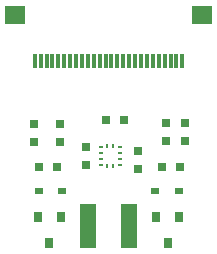
<source format=gtp>
G04 #@! TF.FileFunction,Paste,Top*
%FSLAX46Y46*%
G04 Gerber Fmt 4.6, Leading zero omitted, Abs format (unit mm)*
G04 Created by KiCad (PCBNEW 4.0.6) date 03/27/17 14:11:27*
%MOMM*%
%LPD*%
G01*
G04 APERTURE LIST*
%ADD10C,0.100000*%
%ADD11R,0.750000X0.800000*%
%ADD12R,0.800000X0.750000*%
%ADD13R,0.300000X1.300000*%
%ADD14R,1.700000X1.500000*%
%ADD15R,0.280000X0.410000*%
%ADD16R,0.410000X0.280000*%
%ADD17R,1.400000X3.700000*%
%ADD18R,0.800000X0.500000*%
%ADD19R,0.800000X0.900000*%
G04 APERTURE END LIST*
D10*
D11*
X133460000Y-96630000D03*
X133460000Y-98130000D03*
X137925000Y-98475000D03*
X137925000Y-96975000D03*
D12*
X141425000Y-98325000D03*
X139925000Y-98325000D03*
X131050000Y-98300000D03*
X129550000Y-98300000D03*
D11*
X141900000Y-94600000D03*
X141900000Y-96100000D03*
X140250000Y-94600000D03*
X140250000Y-96100000D03*
X131300000Y-94650000D03*
X131300000Y-96150000D03*
D12*
X136700000Y-94325000D03*
X135200000Y-94325000D03*
D11*
X129100000Y-94650000D03*
X129100000Y-96150000D03*
D13*
X141650000Y-89300000D03*
X141150000Y-89300000D03*
X140650000Y-89300000D03*
X140150000Y-89300000D03*
X139650000Y-89300000D03*
X139150000Y-89300000D03*
X138650000Y-89300000D03*
X138150000Y-89300000D03*
X137650000Y-89300000D03*
X137150000Y-89300000D03*
X136650000Y-89300000D03*
X136150000Y-89300000D03*
X135650000Y-89300000D03*
X135150000Y-89300000D03*
X134650000Y-89300000D03*
X134150000Y-89300000D03*
X133650000Y-89300000D03*
X133150000Y-89300000D03*
X132650000Y-89300000D03*
X132150000Y-89300000D03*
X131650000Y-89300000D03*
X131150000Y-89300000D03*
X130650000Y-89300000D03*
X130150000Y-89300000D03*
X129650000Y-89300000D03*
X129150000Y-89300000D03*
D14*
X143300000Y-85400000D03*
X127500000Y-85400000D03*
D15*
X135300000Y-96565000D03*
D16*
X136365000Y-98130000D03*
X136365000Y-97630000D03*
X136365000Y-97130000D03*
X136365000Y-96630000D03*
X134735000Y-96630000D03*
X134735000Y-97130000D03*
X134735000Y-97630000D03*
X134735000Y-98130000D03*
D15*
X135800000Y-96565000D03*
X135300000Y-98195000D03*
X135800000Y-98195000D03*
D17*
X137100000Y-103306000D03*
X133700000Y-103306000D03*
D18*
X141350000Y-100300000D03*
X139350000Y-100300000D03*
X131500000Y-100300000D03*
X129500000Y-100300000D03*
D19*
X141400000Y-102500000D03*
X139400000Y-102500000D03*
X140400000Y-104700000D03*
X131400000Y-102500000D03*
X129400000Y-102500000D03*
X130400000Y-104700000D03*
M02*

</source>
